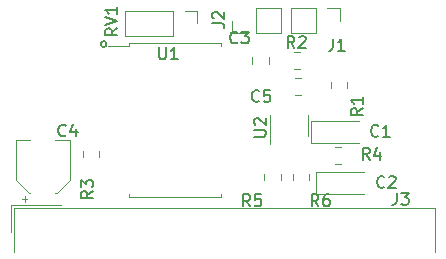
<source format=gbr>
%TF.GenerationSoftware,KiCad,Pcbnew,(5.1.6)-1*%
%TF.CreationDate,2020-07-31T08:50:18+01:00*%
%TF.ProjectId,open-amiga-sampler-smd,6f70656e-2d61-46d6-9967-612d73616d70,rev?*%
%TF.SameCoordinates,Original*%
%TF.FileFunction,Legend,Top*%
%TF.FilePolarity,Positive*%
%FSLAX46Y46*%
G04 Gerber Fmt 4.6, Leading zero omitted, Abs format (unit mm)*
G04 Created by KiCad (PCBNEW (5.1.6)-1) date 2020-07-31 08:50:18*
%MOMM*%
%LPD*%
G01*
G04 APERTURE LIST*
%ADD10C,0.150000*%
%ADD11C,0.120000*%
G04 APERTURE END LIST*
D10*
X88318459Y-133159500D02*
G75*
G03*
X88318459Y-133159500I-243959J0D01*
G01*
D11*
%TO.C,C4*%
X81121000Y-146260000D02*
X81621000Y-146260000D01*
X81371000Y-146510000D02*
X81371000Y-146010000D01*
X84126563Y-145770000D02*
X85191000Y-144705563D01*
X81735437Y-145770000D02*
X80671000Y-144705563D01*
X81735437Y-145770000D02*
X81871000Y-145770000D01*
X84126563Y-145770000D02*
X83991000Y-145770000D01*
X85191000Y-144705563D02*
X85191000Y-141250000D01*
X80671000Y-144705563D02*
X80671000Y-141250000D01*
X80671000Y-141250000D02*
X81871000Y-141250000D01*
X85191000Y-141250000D02*
X83991000Y-141250000D01*
%TO.C,RV1*%
X95992500Y-130321500D02*
X95992500Y-131381500D01*
X94932500Y-130321500D02*
X95992500Y-130321500D01*
X93932500Y-130321500D02*
X93932500Y-132441500D01*
X93932500Y-132441500D02*
X89872500Y-132441500D01*
X93932500Y-130321500D02*
X89872500Y-130321500D01*
X89872500Y-130321500D02*
X89872500Y-132441500D01*
%TO.C,J2*%
X98940000Y-132251000D02*
X98940000Y-131191000D01*
X100000000Y-132251000D02*
X98940000Y-132251000D01*
X101000000Y-132251000D02*
X101000000Y-130131000D01*
X101000000Y-130131000D02*
X103060000Y-130131000D01*
X101000000Y-132251000D02*
X103060000Y-132251000D01*
X103060000Y-132251000D02*
X103060000Y-130131000D01*
%TO.C,J1*%
X108070200Y-130131000D02*
X108070200Y-131191000D01*
X107010200Y-130131000D02*
X108070200Y-130131000D01*
X106010200Y-130131000D02*
X106010200Y-132251000D01*
X106010200Y-132251000D02*
X103950200Y-132251000D01*
X106010200Y-130131000D02*
X103950200Y-130131000D01*
X103950200Y-130131000D02*
X103950200Y-132251000D01*
%TO.C,C1*%
X105592000Y-141524000D02*
X109677000Y-141524000D01*
X105592000Y-139654000D02*
X105592000Y-141524000D01*
X109677000Y-139654000D02*
X105592000Y-139654000D01*
%TO.C,C2*%
X106036500Y-145842000D02*
X110121500Y-145842000D01*
X106036500Y-143972000D02*
X106036500Y-145842000D01*
X110121500Y-143972000D02*
X106036500Y-143972000D01*
%TO.C,C3*%
X100636000Y-134295248D02*
X100636000Y-134817752D01*
X102056000Y-134295248D02*
X102056000Y-134817752D01*
%TO.C,C5*%
X104259748Y-136069000D02*
X104782252Y-136069000D01*
X104259748Y-137489000D02*
X104782252Y-137489000D01*
%TO.C,J3*%
X116101333Y-150774500D02*
X116101333Y-147034500D01*
X116101333Y-147034500D02*
X80494667Y-147034500D01*
X80494667Y-147034500D02*
X80494667Y-150774500D01*
X80254667Y-149034500D02*
X80254667Y-146794500D01*
X80254667Y-146794500D02*
X84448000Y-146794500D01*
%TO.C,R1*%
X108710800Y-136887852D02*
X108710800Y-136365348D01*
X107290800Y-136887852D02*
X107290800Y-136365348D01*
%TO.C,R2*%
X104718752Y-135266500D02*
X104196248Y-135266500D01*
X104718752Y-133846500D02*
X104196248Y-133846500D01*
%TO.C,R3*%
X86285000Y-142232748D02*
X86285000Y-142755252D01*
X87705000Y-142232748D02*
X87705000Y-142755252D01*
%TO.C,R4*%
X107625248Y-141911000D02*
X108147752Y-141911000D01*
X107625248Y-143331000D02*
X108147752Y-143331000D01*
%TO.C,R5*%
X101652000Y-144137748D02*
X101652000Y-144660252D01*
X103072000Y-144137748D02*
X103072000Y-144660252D01*
%TO.C,R6*%
X104065000Y-144660252D02*
X104065000Y-144137748D01*
X105485000Y-144660252D02*
X105485000Y-144137748D01*
%TO.C,U1*%
X94107000Y-146083000D02*
X97967000Y-146083000D01*
X97967000Y-146083000D02*
X97967000Y-145848000D01*
X94107000Y-146083000D02*
X90247000Y-146083000D01*
X90247000Y-146083000D02*
X90247000Y-145848000D01*
X94107000Y-133063000D02*
X97967000Y-133063000D01*
X97967000Y-133063000D02*
X97967000Y-133298000D01*
X94107000Y-133063000D02*
X90247000Y-133063000D01*
X90247000Y-133063000D02*
X90247000Y-133298000D01*
X90247000Y-133298000D02*
X88432000Y-133298000D01*
%TO.C,U2*%
X105369000Y-140981000D02*
X105369000Y-139181000D01*
X102149000Y-139181000D02*
X102149000Y-141631000D01*
%TO.C,C4*%
D10*
X84859833Y-140882642D02*
X84812214Y-140930261D01*
X84669357Y-140977880D01*
X84574119Y-140977880D01*
X84431261Y-140930261D01*
X84336023Y-140835023D01*
X84288404Y-140739785D01*
X84240785Y-140549309D01*
X84240785Y-140406452D01*
X84288404Y-140215976D01*
X84336023Y-140120738D01*
X84431261Y-140025500D01*
X84574119Y-139977880D01*
X84669357Y-139977880D01*
X84812214Y-140025500D01*
X84859833Y-140073119D01*
X85716976Y-140311214D02*
X85716976Y-140977880D01*
X85478880Y-139930261D02*
X85240785Y-140644547D01*
X85859833Y-140644547D01*
%TO.C,RV1*%
X89221380Y-131824838D02*
X88745190Y-132158171D01*
X89221380Y-132396266D02*
X88221380Y-132396266D01*
X88221380Y-132015314D01*
X88269000Y-131920076D01*
X88316619Y-131872457D01*
X88411857Y-131824838D01*
X88554714Y-131824838D01*
X88649952Y-131872457D01*
X88697571Y-131920076D01*
X88745190Y-132015314D01*
X88745190Y-132396266D01*
X88221380Y-131539123D02*
X89221380Y-131205790D01*
X88221380Y-130872457D01*
X89221380Y-130015314D02*
X89221380Y-130586742D01*
X89221380Y-130301028D02*
X88221380Y-130301028D01*
X88364238Y-130396266D01*
X88459476Y-130491504D01*
X88507095Y-130586742D01*
%TO.C,J2*%
X97280480Y-131410533D02*
X97994766Y-131410533D01*
X98137623Y-131458152D01*
X98232861Y-131553390D01*
X98280480Y-131696247D01*
X98280480Y-131791485D01*
X97375719Y-130981961D02*
X97328100Y-130934342D01*
X97280480Y-130839104D01*
X97280480Y-130601009D01*
X97328100Y-130505771D01*
X97375719Y-130458152D01*
X97470957Y-130410533D01*
X97566195Y-130410533D01*
X97709052Y-130458152D01*
X98280480Y-131029580D01*
X98280480Y-130410533D01*
%TO.C,J1*%
X107489666Y-132713480D02*
X107489666Y-133427766D01*
X107442047Y-133570623D01*
X107346809Y-133665861D01*
X107203952Y-133713480D01*
X107108714Y-133713480D01*
X108489666Y-133713480D02*
X107918238Y-133713480D01*
X108203952Y-133713480D02*
X108203952Y-132713480D01*
X108108714Y-132856338D01*
X108013476Y-132951576D01*
X107918238Y-132999195D01*
%TO.C,C1*%
X111339333Y-140908042D02*
X111291714Y-140955661D01*
X111148857Y-141003280D01*
X111053619Y-141003280D01*
X110910761Y-140955661D01*
X110815523Y-140860423D01*
X110767904Y-140765185D01*
X110720285Y-140574709D01*
X110720285Y-140431852D01*
X110767904Y-140241376D01*
X110815523Y-140146138D01*
X110910761Y-140050900D01*
X111053619Y-140003280D01*
X111148857Y-140003280D01*
X111291714Y-140050900D01*
X111339333Y-140098519D01*
X112291714Y-141003280D02*
X111720285Y-141003280D01*
X112006000Y-141003280D02*
X112006000Y-140003280D01*
X111910761Y-140146138D01*
X111815523Y-140241376D01*
X111720285Y-140288995D01*
%TO.C,C2*%
X111834633Y-145238742D02*
X111787014Y-145286361D01*
X111644157Y-145333980D01*
X111548919Y-145333980D01*
X111406061Y-145286361D01*
X111310823Y-145191123D01*
X111263204Y-145095885D01*
X111215585Y-144905409D01*
X111215585Y-144762552D01*
X111263204Y-144572076D01*
X111310823Y-144476838D01*
X111406061Y-144381600D01*
X111548919Y-144333980D01*
X111644157Y-144333980D01*
X111787014Y-144381600D01*
X111834633Y-144429219D01*
X112215585Y-144429219D02*
X112263204Y-144381600D01*
X112358442Y-144333980D01*
X112596538Y-144333980D01*
X112691776Y-144381600D01*
X112739395Y-144429219D01*
X112787014Y-144524457D01*
X112787014Y-144619695D01*
X112739395Y-144762552D01*
X112167966Y-145333980D01*
X112787014Y-145333980D01*
%TO.C,C3*%
X99401333Y-133008642D02*
X99353714Y-133056261D01*
X99210857Y-133103880D01*
X99115619Y-133103880D01*
X98972761Y-133056261D01*
X98877523Y-132961023D01*
X98829904Y-132865785D01*
X98782285Y-132675309D01*
X98782285Y-132532452D01*
X98829904Y-132341976D01*
X98877523Y-132246738D01*
X98972761Y-132151500D01*
X99115619Y-132103880D01*
X99210857Y-132103880D01*
X99353714Y-132151500D01*
X99401333Y-132199119D01*
X99734666Y-132103880D02*
X100353714Y-132103880D01*
X100020380Y-132484833D01*
X100163238Y-132484833D01*
X100258476Y-132532452D01*
X100306095Y-132580071D01*
X100353714Y-132675309D01*
X100353714Y-132913404D01*
X100306095Y-133008642D01*
X100258476Y-133056261D01*
X100163238Y-133103880D01*
X99877523Y-133103880D01*
X99782285Y-133056261D01*
X99734666Y-133008642D01*
%TO.C,C5*%
X101242833Y-137961642D02*
X101195214Y-138009261D01*
X101052357Y-138056880D01*
X100957119Y-138056880D01*
X100814261Y-138009261D01*
X100719023Y-137914023D01*
X100671404Y-137818785D01*
X100623785Y-137628309D01*
X100623785Y-137485452D01*
X100671404Y-137294976D01*
X100719023Y-137199738D01*
X100814261Y-137104500D01*
X100957119Y-137056880D01*
X101052357Y-137056880D01*
X101195214Y-137104500D01*
X101242833Y-137152119D01*
X102147595Y-137056880D02*
X101671404Y-137056880D01*
X101623785Y-137533071D01*
X101671404Y-137485452D01*
X101766642Y-137437833D01*
X102004738Y-137437833D01*
X102099976Y-137485452D01*
X102147595Y-137533071D01*
X102195214Y-137628309D01*
X102195214Y-137866404D01*
X102147595Y-137961642D01*
X102099976Y-138009261D01*
X102004738Y-138056880D01*
X101766642Y-138056880D01*
X101671404Y-138009261D01*
X101623785Y-137961642D01*
%TO.C,J3*%
X112887166Y-145756380D02*
X112887166Y-146470666D01*
X112839547Y-146613523D01*
X112744309Y-146708761D01*
X112601452Y-146756380D01*
X112506214Y-146756380D01*
X113268119Y-145756380D02*
X113887166Y-145756380D01*
X113553833Y-146137333D01*
X113696690Y-146137333D01*
X113791928Y-146184952D01*
X113839547Y-146232571D01*
X113887166Y-146327809D01*
X113887166Y-146565904D01*
X113839547Y-146661142D01*
X113791928Y-146708761D01*
X113696690Y-146756380D01*
X113410976Y-146756380D01*
X113315738Y-146708761D01*
X113268119Y-146661142D01*
%TO.C,R1*%
X109989880Y-138596666D02*
X109513690Y-138930000D01*
X109989880Y-139168095D02*
X108989880Y-139168095D01*
X108989880Y-138787142D01*
X109037500Y-138691904D01*
X109085119Y-138644285D01*
X109180357Y-138596666D01*
X109323214Y-138596666D01*
X109418452Y-138644285D01*
X109466071Y-138691904D01*
X109513690Y-138787142D01*
X109513690Y-139168095D01*
X109989880Y-137644285D02*
X109989880Y-138215714D01*
X109989880Y-137930000D02*
X108989880Y-137930000D01*
X109132738Y-138025238D01*
X109227976Y-138120476D01*
X109275595Y-138215714D01*
%TO.C,R2*%
X104227333Y-133484880D02*
X103894000Y-133008690D01*
X103655904Y-133484880D02*
X103655904Y-132484880D01*
X104036857Y-132484880D01*
X104132095Y-132532500D01*
X104179714Y-132580119D01*
X104227333Y-132675357D01*
X104227333Y-132818214D01*
X104179714Y-132913452D01*
X104132095Y-132961071D01*
X104036857Y-133008690D01*
X103655904Y-133008690D01*
X104608285Y-132580119D02*
X104655904Y-132532500D01*
X104751142Y-132484880D01*
X104989238Y-132484880D01*
X105084476Y-132532500D01*
X105132095Y-132580119D01*
X105179714Y-132675357D01*
X105179714Y-132770595D01*
X105132095Y-132913452D01*
X104560666Y-133484880D01*
X105179714Y-133484880D01*
%TO.C,R3*%
X87155280Y-145619766D02*
X86679090Y-145953100D01*
X87155280Y-146191195D02*
X86155280Y-146191195D01*
X86155280Y-145810242D01*
X86202900Y-145715004D01*
X86250519Y-145667385D01*
X86345757Y-145619766D01*
X86488614Y-145619766D01*
X86583852Y-145667385D01*
X86631471Y-145715004D01*
X86679090Y-145810242D01*
X86679090Y-146191195D01*
X86155280Y-145286433D02*
X86155280Y-144667385D01*
X86536233Y-145000719D01*
X86536233Y-144857861D01*
X86583852Y-144762623D01*
X86631471Y-144715004D01*
X86726709Y-144667385D01*
X86964804Y-144667385D01*
X87060042Y-144715004D01*
X87107661Y-144762623D01*
X87155280Y-144857861D01*
X87155280Y-145143576D01*
X87107661Y-145238814D01*
X87060042Y-145286433D01*
%TO.C,R4*%
X110590033Y-142933680D02*
X110256700Y-142457490D01*
X110018604Y-142933680D02*
X110018604Y-141933680D01*
X110399557Y-141933680D01*
X110494795Y-141981300D01*
X110542414Y-142028919D01*
X110590033Y-142124157D01*
X110590033Y-142267014D01*
X110542414Y-142362252D01*
X110494795Y-142409871D01*
X110399557Y-142457490D01*
X110018604Y-142457490D01*
X111447176Y-142267014D02*
X111447176Y-142933680D01*
X111209080Y-141886061D02*
X110970985Y-142600347D01*
X111590033Y-142600347D01*
%TO.C,R5*%
X100480833Y-146883380D02*
X100147500Y-146407190D01*
X99909404Y-146883380D02*
X99909404Y-145883380D01*
X100290357Y-145883380D01*
X100385595Y-145931000D01*
X100433214Y-145978619D01*
X100480833Y-146073857D01*
X100480833Y-146216714D01*
X100433214Y-146311952D01*
X100385595Y-146359571D01*
X100290357Y-146407190D01*
X99909404Y-146407190D01*
X101385595Y-145883380D02*
X100909404Y-145883380D01*
X100861785Y-146359571D01*
X100909404Y-146311952D01*
X101004642Y-146264333D01*
X101242738Y-146264333D01*
X101337976Y-146311952D01*
X101385595Y-146359571D01*
X101433214Y-146454809D01*
X101433214Y-146692904D01*
X101385595Y-146788142D01*
X101337976Y-146835761D01*
X101242738Y-146883380D01*
X101004642Y-146883380D01*
X100909404Y-146835761D01*
X100861785Y-146788142D01*
%TO.C,R6*%
X106259333Y-146883380D02*
X105926000Y-146407190D01*
X105687904Y-146883380D02*
X105687904Y-145883380D01*
X106068857Y-145883380D01*
X106164095Y-145931000D01*
X106211714Y-145978619D01*
X106259333Y-146073857D01*
X106259333Y-146216714D01*
X106211714Y-146311952D01*
X106164095Y-146359571D01*
X106068857Y-146407190D01*
X105687904Y-146407190D01*
X107116476Y-145883380D02*
X106926000Y-145883380D01*
X106830761Y-145931000D01*
X106783142Y-145978619D01*
X106687904Y-146121476D01*
X106640285Y-146311952D01*
X106640285Y-146692904D01*
X106687904Y-146788142D01*
X106735523Y-146835761D01*
X106830761Y-146883380D01*
X107021238Y-146883380D01*
X107116476Y-146835761D01*
X107164095Y-146788142D01*
X107211714Y-146692904D01*
X107211714Y-146454809D01*
X107164095Y-146359571D01*
X107116476Y-146311952D01*
X107021238Y-146264333D01*
X106830761Y-146264333D01*
X106735523Y-146311952D01*
X106687904Y-146359571D01*
X106640285Y-146454809D01*
%TO.C,U1*%
X92773595Y-133437380D02*
X92773595Y-134246904D01*
X92821214Y-134342142D01*
X92868833Y-134389761D01*
X92964071Y-134437380D01*
X93154547Y-134437380D01*
X93249785Y-134389761D01*
X93297404Y-134342142D01*
X93345023Y-134246904D01*
X93345023Y-133437380D01*
X94345023Y-134437380D02*
X93773595Y-134437380D01*
X94059309Y-134437380D02*
X94059309Y-133437380D01*
X93964071Y-133580238D01*
X93868833Y-133675476D01*
X93773595Y-133723095D01*
%TO.C,U2*%
X100811080Y-140995304D02*
X101620604Y-140995304D01*
X101715842Y-140947685D01*
X101763461Y-140900066D01*
X101811080Y-140804828D01*
X101811080Y-140614352D01*
X101763461Y-140519114D01*
X101715842Y-140471495D01*
X101620604Y-140423876D01*
X100811080Y-140423876D01*
X100906319Y-139995304D02*
X100858700Y-139947685D01*
X100811080Y-139852447D01*
X100811080Y-139614352D01*
X100858700Y-139519114D01*
X100906319Y-139471495D01*
X101001557Y-139423876D01*
X101096795Y-139423876D01*
X101239652Y-139471495D01*
X101811080Y-140042923D01*
X101811080Y-139423876D01*
%TD*%
M02*

</source>
